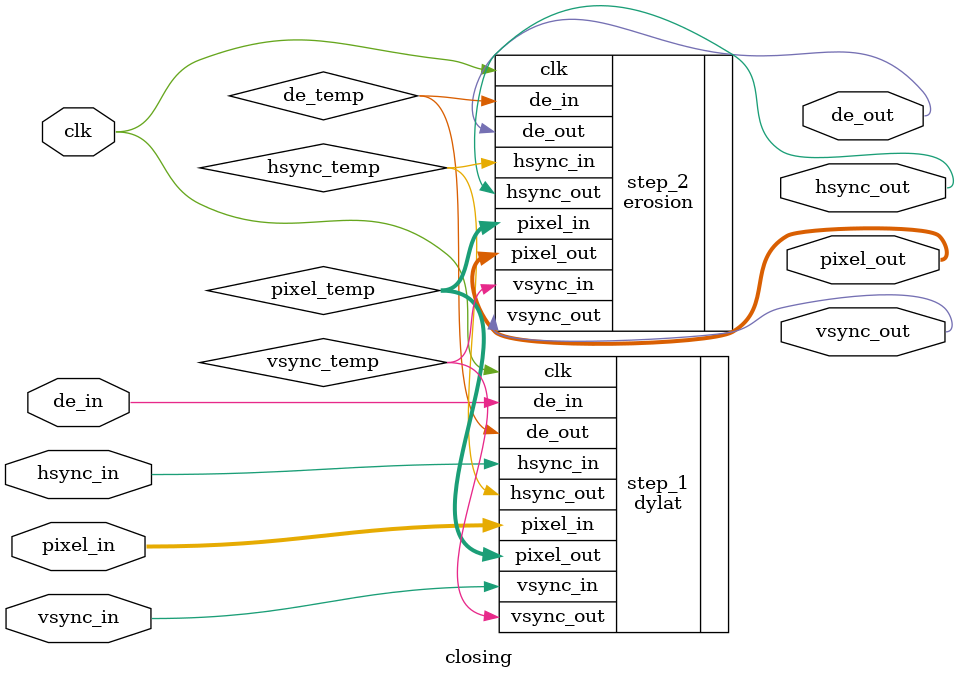
<source format=v>
`timescale 1ns / 1ps


module closing
#(
    parameter H_SIZE = 83
)
(
    input clk,
    input hsync_in,
    input vsync_in,
    input de_in,
    input [23:0] pixel_in,
    
    output de_out,
    output hsync_out,
    output vsync_out,
    output [23:0] pixel_out
);

wire [23:0] pixel_temp;
wire de_temp;
wire hsync_temp;
wire vsync_temp;

dylat
#(
    .H_SIZE(H_SIZE)
) 
step_1
(
    .clk(clk),
    .de_in(de_in),
    .hsync_in(hsync_in),
    .vsync_in(vsync_in),
    .pixel_in(pixel_in),
    
    .de_out(de_temp),
    .hsync_out(hsync_temp),
    .vsync_out(vsync_temp),
    .pixel_out(pixel_temp)
);
    
erosion
#(
    .H_SIZE(H_SIZE)
) 
step_2
(
    .clk(clk),
    .de_in(de_temp),
    .hsync_in(hsync_temp),
    .vsync_in(vsync_temp),
    .pixel_in(pixel_temp),
    
    .de_out(de_out),
    .hsync_out(hsync_out),
    .vsync_out(vsync_out),
    .pixel_out(pixel_out)
);

endmodule

</source>
